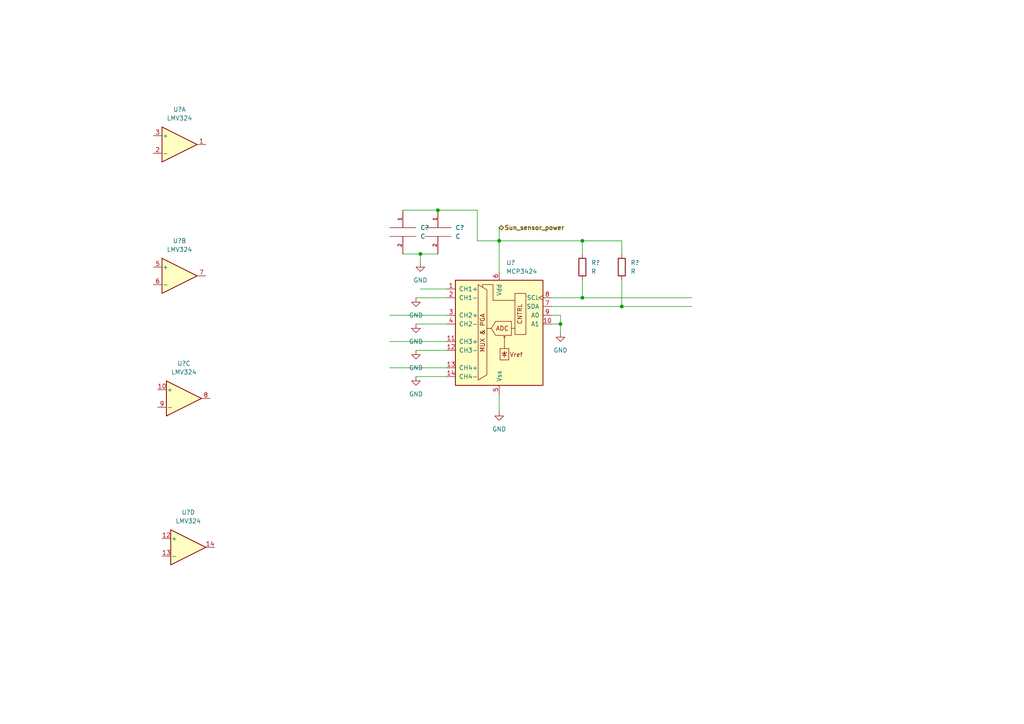
<source format=kicad_sch>
(kicad_sch (version 20211123) (generator eeschema)

  (uuid c536a770-1dde-4fa3-8a89-6d564a018217)

  (paper "A4")

  (lib_symbols
    (symbol "Amplifier_Operational:LMV324" (pin_names (offset 0.127)) (in_bom yes) (on_board yes)
      (property "Reference" "U" (id 0) (at 0 5.08 0)
        (effects (font (size 1.27 1.27)) (justify left))
      )
      (property "Value" "LMV324" (id 1) (at 0 -5.08 0)
        (effects (font (size 1.27 1.27)) (justify left))
      )
      (property "Footprint" "" (id 2) (at -1.27 2.54 0)
        (effects (font (size 1.27 1.27)) hide)
      )
      (property "Datasheet" "http://www.ti.com/lit/ds/symlink/lmv324.pdf" (id 3) (at 1.27 5.08 0)
        (effects (font (size 1.27 1.27)) hide)
      )
      (property "ki_locked" "" (id 4) (at 0 0 0)
        (effects (font (size 1.27 1.27)))
      )
      (property "ki_keywords" "quad opamp" (id 5) (at 0 0 0)
        (effects (font (size 1.27 1.27)) hide)
      )
      (property "ki_description" "Quad Low-Voltage Rail-to-Rail Output Operational Amplifier, SOIC-14/SSOP-14" (id 6) (at 0 0 0)
        (effects (font (size 1.27 1.27)) hide)
      )
      (property "ki_fp_filters" "SOIC*3.9x8.7mm*P1.27mm* DIP*W7.62mm* TSSOP*4.4x5mm*P0.65mm* SSOP*5.3x6.2mm*P0.65mm* MSOP*3x3mm*P0.5mm*" (id 7) (at 0 0 0)
        (effects (font (size 1.27 1.27)) hide)
      )
      (symbol "LMV324_1_1"
        (polyline
          (pts
            (xy -5.08 5.08)
            (xy 5.08 0)
            (xy -5.08 -5.08)
            (xy -5.08 5.08)
          )
          (stroke (width 0.254) (type default) (color 0 0 0 0))
          (fill (type background))
        )
        (pin output line (at 7.62 0 180) (length 2.54)
          (name "~" (effects (font (size 1.27 1.27))))
          (number "1" (effects (font (size 1.27 1.27))))
        )
        (pin input line (at -7.62 -2.54 0) (length 2.54)
          (name "-" (effects (font (size 1.27 1.27))))
          (number "2" (effects (font (size 1.27 1.27))))
        )
        (pin input line (at -7.62 2.54 0) (length 2.54)
          (name "+" (effects (font (size 1.27 1.27))))
          (number "3" (effects (font (size 1.27 1.27))))
        )
      )
      (symbol "LMV324_2_1"
        (polyline
          (pts
            (xy -5.08 5.08)
            (xy 5.08 0)
            (xy -5.08 -5.08)
            (xy -5.08 5.08)
          )
          (stroke (width 0.254) (type default) (color 0 0 0 0))
          (fill (type background))
        )
        (pin input line (at -7.62 2.54 0) (length 2.54)
          (name "+" (effects (font (size 1.27 1.27))))
          (number "5" (effects (font (size 1.27 1.27))))
        )
        (pin input line (at -7.62 -2.54 0) (length 2.54)
          (name "-" (effects (font (size 1.27 1.27))))
          (number "6" (effects (font (size 1.27 1.27))))
        )
        (pin output line (at 7.62 0 180) (length 2.54)
          (name "~" (effects (font (size 1.27 1.27))))
          (number "7" (effects (font (size 1.27 1.27))))
        )
      )
      (symbol "LMV324_3_1"
        (polyline
          (pts
            (xy -5.08 5.08)
            (xy 5.08 0)
            (xy -5.08 -5.08)
            (xy -5.08 5.08)
          )
          (stroke (width 0.254) (type default) (color 0 0 0 0))
          (fill (type background))
        )
        (pin input line (at -7.62 2.54 0) (length 2.54)
          (name "+" (effects (font (size 1.27 1.27))))
          (number "10" (effects (font (size 1.27 1.27))))
        )
        (pin output line (at 7.62 0 180) (length 2.54)
          (name "~" (effects (font (size 1.27 1.27))))
          (number "8" (effects (font (size 1.27 1.27))))
        )
        (pin input line (at -7.62 -2.54 0) (length 2.54)
          (name "-" (effects (font (size 1.27 1.27))))
          (number "9" (effects (font (size 1.27 1.27))))
        )
      )
      (symbol "LMV324_4_1"
        (polyline
          (pts
            (xy -5.08 5.08)
            (xy 5.08 0)
            (xy -5.08 -5.08)
            (xy -5.08 5.08)
          )
          (stroke (width 0.254) (type default) (color 0 0 0 0))
          (fill (type background))
        )
        (pin input line (at -7.62 2.54 0) (length 2.54)
          (name "+" (effects (font (size 1.27 1.27))))
          (number "12" (effects (font (size 1.27 1.27))))
        )
        (pin input line (at -7.62 -2.54 0) (length 2.54)
          (name "-" (effects (font (size 1.27 1.27))))
          (number "13" (effects (font (size 1.27 1.27))))
        )
        (pin output line (at 7.62 0 180) (length 2.54)
          (name "~" (effects (font (size 1.27 1.27))))
          (number "14" (effects (font (size 1.27 1.27))))
        )
      )
      (symbol "LMV324_5_1"
        (pin power_in line (at -2.54 -7.62 90) (length 3.81)
          (name "V-" (effects (font (size 1.27 1.27))))
          (number "11" (effects (font (size 1.27 1.27))))
        )
        (pin power_in line (at -2.54 7.62 270) (length 3.81)
          (name "V+" (effects (font (size 1.27 1.27))))
          (number "4" (effects (font (size 1.27 1.27))))
        )
      )
    )
    (symbol "Analog_ADC:MCP3424" (pin_names (offset 1.016)) (in_bom yes) (on_board yes)
      (property "Reference" "U" (id 0) (at -2.54 11.43 0)
        (effects (font (size 1.27 1.27)) (justify right))
      )
      (property "Value" "MCP3424" (id 1) (at -2.54 8.89 0)
        (effects (font (size 1.27 1.27)) (justify right))
      )
      (property "Footprint" "" (id 2) (at 22.86 -7.62 0)
        (effects (font (size 1.27 1.27)) hide)
      )
      (property "Datasheet" "http://ww1.microchip.com/downloads/en/DeviceDoc/22088c.pdf" (id 3) (at 22.86 -7.62 0)
        (effects (font (size 1.27 1.27)) hide)
      )
      (property "ki_keywords" "18-Bit ADC I2C IIC I²C Delta-Sigma-ADC Delta-Sigma-ADC Reference 4ch" (id 4) (at 0 0 0)
        (effects (font (size 1.27 1.27)) hide)
      )
      (property "ki_description" "4-Channel, 18-Bit, Delta-Sigma AD-Converter, I²C Interface, Reference" (id 5) (at 0 0 0)
        (effects (font (size 1.27 1.27)) hide)
      )
      (property "ki_fp_filters" "SOIC*3.9x8.7mm*P1.27mm* TSSOP*4.4x5mm*P0.65mm*" (id 6) (at 0 0 0)
        (effects (font (size 1.27 1.27)) hide)
      )
      (symbol "MCP3424_0_0"
        (polyline
          (pts
            (xy -6.096 6.35)
            (xy -3.556 4.826)
            (xy -3.556 -19.812)
            (xy -6.096 -21.336)
            (xy -6.096 6.35)
          )
          (stroke (width 0) (type default) (color 0 0 0 0))
          (fill (type none))
        )
        (polyline
          (pts
            (xy 4.572 1.778)
            (xy -1.778 1.778)
            (xy -1.778 6.35)
            (xy -4.826 6.35)
            (xy -4.826 5.588)
          )
          (stroke (width 0) (type default) (color 0 0 0 0))
          (fill (type none))
        )
        (polyline
          (pts
            (xy 3.556 -4.318)
            (xy 3.556 -8.382)
            (xy -1.016 -8.382)
            (xy -2.286 -6.35)
            (xy -1.016 -4.318)
            (xy 3.556 -4.318)
          )
          (stroke (width 0) (type default) (color 0 0 0 0))
          (fill (type none))
        )
        (text "ADC" (at 0.889 -6.35 0)
          (effects (font (size 1.27 1.27)))
        )
        (text "CNTRL" (at 6.731 -5.207 900)
          (effects (font (size 1.27 1.27)) (justify left bottom))
        )
        (text "MUX & PGA" (at -4.826 -7.62 900)
          (effects (font (size 1.27 1.27)))
        )
        (text "Vref" (at 4.953 -13.97 0)
          (effects (font (size 1.27 1.27)))
        )
      )
      (symbol "MCP3424_0_1"
        (polyline
          (pts
            (xy -3.556 -6.35)
            (xy -2.286 -6.35)
          )
          (stroke (width 0) (type default) (color 0 0 0 0))
          (fill (type none))
        )
        (polyline
          (pts
            (xy 1.016 -13.462)
            (xy 0.762 -13.716)
          )
          (stroke (width 0) (type default) (color 0 0 0 0))
          (fill (type none))
        )
        (polyline
          (pts
            (xy 1.524 -12.954)
            (xy 1.524 -14.732)
          )
          (stroke (width 0) (type default) (color 0 0 0 0))
          (fill (type none))
        )
        (polyline
          (pts
            (xy 1.524 -8.636)
            (xy 1.778 -8.89)
          )
          (stroke (width 0) (type default) (color 0 0 0 0))
          (fill (type none))
        )
        (polyline
          (pts
            (xy 3.556 -6.35)
            (xy 4.572 -6.35)
          )
          (stroke (width 0) (type default) (color 0 0 0 0))
          (fill (type none))
        )
        (polyline
          (pts
            (xy 1.016 -13.462)
            (xy 2.032 -13.462)
            (xy 2.286 -13.208)
          )
          (stroke (width 0) (type default) (color 0 0 0 0))
          (fill (type none))
        )
        (polyline
          (pts
            (xy 1.524 -12.192)
            (xy 1.524 -8.636)
            (xy 1.27 -8.89)
          )
          (stroke (width 0) (type default) (color 0 0 0 0))
          (fill (type none))
        )
        (polyline
          (pts
            (xy 1.524 -13.462)
            (xy 1.016 -14.224)
            (xy 2.032 -14.224)
            (xy 1.524 -13.462)
          )
          (stroke (width 0) (type default) (color 0 0 0 0))
          (fill (type none))
        )
        (rectangle (start 0.254 -12.192) (end 2.794 -15.494)
          (stroke (width 0) (type default) (color 0 0 0 0))
          (fill (type none))
        )
        (rectangle (start 4.572 -8.128) (end 7.747 3.81)
          (stroke (width 0) (type default) (color 0 0 0 0))
          (fill (type none))
        )
        (rectangle (start 12.7 7.62) (end -12.7 -22.86)
          (stroke (width 0.254) (type default) (color 0 0 0 0))
          (fill (type background))
        )
      )
      (symbol "MCP3424_1_1"
        (pin input line (at -15.24 5.08 0) (length 2.54)
          (name "CH1+" (effects (font (size 1.27 1.27))))
          (number "1" (effects (font (size 1.27 1.27))))
        )
        (pin input line (at 15.24 -5.08 180) (length 2.54)
          (name "A1" (effects (font (size 1.27 1.27))))
          (number "10" (effects (font (size 1.27 1.27))))
        )
        (pin input line (at -15.24 -10.16 0) (length 2.54)
          (name "CH3+" (effects (font (size 1.27 1.27))))
          (number "11" (effects (font (size 1.27 1.27))))
        )
        (pin input line (at -15.24 -12.7 0) (length 2.54)
          (name "CH3-" (effects (font (size 1.27 1.27))))
          (number "12" (effects (font (size 1.27 1.27))))
        )
        (pin input line (at -15.24 -17.78 0) (length 2.54)
          (name "CH4+" (effects (font (size 1.27 1.27))))
          (number "13" (effects (font (size 1.27 1.27))))
        )
        (pin input line (at -15.24 -20.32 0) (length 2.54)
          (name "CH4-" (effects (font (size 1.27 1.27))))
          (number "14" (effects (font (size 1.27 1.27))))
        )
        (pin input line (at -15.24 2.54 0) (length 2.54)
          (name "CH1-" (effects (font (size 1.27 1.27))))
          (number "2" (effects (font (size 1.27 1.27))))
        )
        (pin input line (at -15.24 -2.54 0) (length 2.54)
          (name "CH2+" (effects (font (size 1.27 1.27))))
          (number "3" (effects (font (size 1.27 1.27))))
        )
        (pin input line (at -15.24 -5.08 0) (length 2.54)
          (name "CH2-" (effects (font (size 1.27 1.27))))
          (number "4" (effects (font (size 1.27 1.27))))
        )
        (pin power_in line (at 0 -25.4 90) (length 2.54)
          (name "Vss" (effects (font (size 1.27 1.27))))
          (number "5" (effects (font (size 1.27 1.27))))
        )
        (pin power_in line (at 0 10.16 270) (length 2.54)
          (name "Vdd" (effects (font (size 1.27 1.27))))
          (number "6" (effects (font (size 1.27 1.27))))
        )
        (pin bidirectional line (at 15.24 0 180) (length 2.54)
          (name "SDA" (effects (font (size 1.27 1.27))))
          (number "7" (effects (font (size 1.27 1.27))))
        )
        (pin input clock (at 15.24 2.54 180) (length 2.54)
          (name "SCL" (effects (font (size 1.27 1.27))))
          (number "8" (effects (font (size 1.27 1.27))))
        )
        (pin input line (at 15.24 -2.54 180) (length 2.54)
          (name "A0" (effects (font (size 1.27 1.27))))
          (number "9" (effects (font (size 1.27 1.27))))
        )
      )
    )
    (symbol "Device:R" (pin_numbers hide) (pin_names (offset 0)) (in_bom yes) (on_board yes)
      (property "Reference" "R" (id 0) (at 2.032 0 90)
        (effects (font (size 1.27 1.27)))
      )
      (property "Value" "R" (id 1) (at 0 0 90)
        (effects (font (size 1.27 1.27)))
      )
      (property "Footprint" "" (id 2) (at -1.778 0 90)
        (effects (font (size 1.27 1.27)) hide)
      )
      (property "Datasheet" "~" (id 3) (at 0 0 0)
        (effects (font (size 1.27 1.27)) hide)
      )
      (property "ki_keywords" "R res resistor" (id 4) (at 0 0 0)
        (effects (font (size 1.27 1.27)) hide)
      )
      (property "ki_description" "Resistor" (id 5) (at 0 0 0)
        (effects (font (size 1.27 1.27)) hide)
      )
      (property "ki_fp_filters" "R_*" (id 6) (at 0 0 0)
        (effects (font (size 1.27 1.27)) hide)
      )
      (symbol "R_0_1"
        (rectangle (start -1.016 -2.54) (end 1.016 2.54)
          (stroke (width 0.254) (type default) (color 0 0 0 0))
          (fill (type none))
        )
      )
      (symbol "R_1_1"
        (pin passive line (at 0 3.81 270) (length 1.27)
          (name "~" (effects (font (size 1.27 1.27))))
          (number "1" (effects (font (size 1.27 1.27))))
        )
        (pin passive line (at 0 -3.81 90) (length 1.27)
          (name "~" (effects (font (size 1.27 1.27))))
          (number "2" (effects (font (size 1.27 1.27))))
        )
      )
    )
    (symbol "power:GND" (power) (pin_names (offset 0)) (in_bom yes) (on_board yes)
      (property "Reference" "#PWR" (id 0) (at 0 -6.35 0)
        (effects (font (size 1.27 1.27)) hide)
      )
      (property "Value" "GND" (id 1) (at 0 -3.81 0)
        (effects (font (size 1.27 1.27)))
      )
      (property "Footprint" "" (id 2) (at 0 0 0)
        (effects (font (size 1.27 1.27)) hide)
      )
      (property "Datasheet" "" (id 3) (at 0 0 0)
        (effects (font (size 1.27 1.27)) hide)
      )
      (property "ki_keywords" "global power" (id 4) (at 0 0 0)
        (effects (font (size 1.27 1.27)) hide)
      )
      (property "ki_description" "Power symbol creates a global label with name \"GND\" , ground" (id 5) (at 0 0 0)
        (effects (font (size 1.27 1.27)) hide)
      )
      (symbol "GND_0_1"
        (polyline
          (pts
            (xy 0 0)
            (xy 0 -1.27)
            (xy 1.27 -1.27)
            (xy 0 -2.54)
            (xy -1.27 -1.27)
            (xy 0 -1.27)
          )
          (stroke (width 0) (type default) (color 0 0 0 0))
          (fill (type none))
        )
      )
      (symbol "GND_1_1"
        (pin power_in line (at 0 0 270) (length 0) hide
          (name "GND" (effects (font (size 1.27 1.27))))
          (number "1" (effects (font (size 1.27 1.27))))
        )
      )
    )
    (symbol "pspice:C" (pin_names (offset 0.254)) (in_bom yes) (on_board yes)
      (property "Reference" "C" (id 0) (at 2.54 3.81 90)
        (effects (font (size 1.27 1.27)))
      )
      (property "Value" "C" (id 1) (at 2.54 -3.81 90)
        (effects (font (size 1.27 1.27)))
      )
      (property "Footprint" "" (id 2) (at 0 0 0)
        (effects (font (size 1.27 1.27)) hide)
      )
      (property "Datasheet" "~" (id 3) (at 0 0 0)
        (effects (font (size 1.27 1.27)) hide)
      )
      (property "ki_keywords" "simulation" (id 4) (at 0 0 0)
        (effects (font (size 1.27 1.27)) hide)
      )
      (property "ki_description" "Capacitor symbol for simulation only" (id 5) (at 0 0 0)
        (effects (font (size 1.27 1.27)) hide)
      )
      (symbol "C_0_1"
        (polyline
          (pts
            (xy -3.81 -1.27)
            (xy 3.81 -1.27)
          )
          (stroke (width 0) (type default) (color 0 0 0 0))
          (fill (type none))
        )
        (polyline
          (pts
            (xy -3.81 1.27)
            (xy 3.81 1.27)
          )
          (stroke (width 0) (type default) (color 0 0 0 0))
          (fill (type none))
        )
      )
      (symbol "C_1_1"
        (pin passive line (at 0 6.35 270) (length 5.08)
          (name "~" (effects (font (size 1.016 1.016))))
          (number "1" (effects (font (size 1.016 1.016))))
        )
        (pin passive line (at 0 -6.35 90) (length 5.08)
          (name "~" (effects (font (size 1.016 1.016))))
          (number "2" (effects (font (size 1.016 1.016))))
        )
      )
    )
  )

  (junction (at 127 60.96) (diameter 0) (color 0 0 0 0)
    (uuid 03cfdf6d-c88d-4182-b4f4-c82975f4e3cd)
  )
  (junction (at 168.91 69.85) (diameter 0) (color 0 0 0 0)
    (uuid 0e19c9fc-5c76-4316-a991-069bbd424515)
  )
  (junction (at 180.34 88.9) (diameter 0) (color 0 0 0 0)
    (uuid 53399f9a-18ee-4d7b-bc93-25391efd6b64)
  )
  (junction (at 162.56 93.98) (diameter 0) (color 0 0 0 0)
    (uuid 5a18a7e7-3550-46cf-aeed-1242a56cad5b)
  )
  (junction (at 168.91 86.36) (diameter 0) (color 0 0 0 0)
    (uuid 5cd9a1b7-b92b-4a53-8dd5-90db2dbc17df)
  )
  (junction (at 121.92 73.66) (diameter 0) (color 0 0 0 0)
    (uuid b176cfd0-6c36-4585-872c-0247d8a7794e)
  )
  (junction (at 144.78 69.85) (diameter 0) (color 0 0 0 0)
    (uuid b5fe8b63-72b5-416f-b1ae-500835db6167)
  )

  (wire (pts (xy 162.56 93.98) (xy 162.56 96.52))
    (stroke (width 0) (type default) (color 0 0 0 0))
    (uuid 03807f45-7ad2-4040-b53c-4ce58796cd3d)
  )
  (wire (pts (xy 162.56 91.44) (xy 162.56 93.98))
    (stroke (width 0) (type default) (color 0 0 0 0))
    (uuid 045de1b6-7ae5-4bd9-9c76-803c645be6a2)
  )
  (wire (pts (xy 120.65 101.6) (xy 129.54 101.6))
    (stroke (width 0) (type default) (color 0 0 0 0))
    (uuid 0485c4dc-b9cc-42fd-8576-a6a807d12d16)
  )
  (wire (pts (xy 180.34 73.66) (xy 180.34 69.85))
    (stroke (width 0) (type default) (color 0 0 0 0))
    (uuid 094f0ee6-8ed6-40ff-98da-05772e1a7156)
  )
  (wire (pts (xy 180.34 88.9) (xy 180.34 81.28))
    (stroke (width 0) (type default) (color 0 0 0 0))
    (uuid 109e46b8-a780-4977-874e-3fe8a8c012ae)
  )
  (wire (pts (xy 144.78 69.85) (xy 144.78 78.74))
    (stroke (width 0) (type default) (color 0 0 0 0))
    (uuid 25773703-8e3e-48ae-ab5b-fce0d167fa73)
  )
  (wire (pts (xy 116.84 60.96) (xy 127 60.96))
    (stroke (width 0) (type default) (color 0 0 0 0))
    (uuid 34adc12f-7cda-4e6d-b951-78c4ff2956fd)
  )
  (wire (pts (xy 160.02 93.98) (xy 162.56 93.98))
    (stroke (width 0) (type default) (color 0 0 0 0))
    (uuid 4172d360-4572-41fe-ba7b-c486ec578c2e)
  )
  (wire (pts (xy 138.43 60.96) (xy 127 60.96))
    (stroke (width 0) (type default) (color 0 0 0 0))
    (uuid 43793153-d399-4b61-b335-267f4bfe4a30)
  )
  (wire (pts (xy 120.65 109.22) (xy 129.54 109.22))
    (stroke (width 0) (type default) (color 0 0 0 0))
    (uuid 5a4b59f7-80d7-43ca-b184-19544b22b964)
  )
  (wire (pts (xy 160.02 88.9) (xy 180.34 88.9))
    (stroke (width 0) (type default) (color 0 0 0 0))
    (uuid 64c2fc9e-2fd9-40c0-a63d-70494e1b50c9)
  )
  (wire (pts (xy 116.84 73.66) (xy 121.92 73.66))
    (stroke (width 0) (type default) (color 0 0 0 0))
    (uuid 655ea48c-c64d-4ee9-8fee-52156c378ea4)
  )
  (wire (pts (xy 144.78 66.04) (xy 144.78 69.85))
    (stroke (width 0) (type default) (color 0 0 0 0))
    (uuid 669c5ad5-d1cd-4552-8dd7-5a8c3151754a)
  )
  (wire (pts (xy 180.34 69.85) (xy 168.91 69.85))
    (stroke (width 0) (type default) (color 0 0 0 0))
    (uuid 6a7a0978-a33a-4c96-9ede-cc77e774c01b)
  )
  (wire (pts (xy 121.92 73.66) (xy 127 73.66))
    (stroke (width 0) (type default) (color 0 0 0 0))
    (uuid 6f32cab0-1481-4773-8f8e-0af9bea5018d)
  )
  (wire (pts (xy 160.02 91.44) (xy 162.56 91.44))
    (stroke (width 0) (type default) (color 0 0 0 0))
    (uuid 7ea27ab7-7213-4258-a6a7-17d94b9b4232)
  )
  (wire (pts (xy 113.03 91.44) (xy 129.54 91.44))
    (stroke (width 0) (type default) (color 0 0 0 0))
    (uuid 8a66bf27-93b2-49bb-8603-4ad5702d343a)
  )
  (wire (pts (xy 168.91 86.36) (xy 168.91 81.28))
    (stroke (width 0) (type default) (color 0 0 0 0))
    (uuid 8be870b7-2f92-462e-b2ad-b93c5bf696db)
  )
  (wire (pts (xy 144.78 69.85) (xy 138.43 69.85))
    (stroke (width 0) (type default) (color 0 0 0 0))
    (uuid 8d592466-b010-4470-9258-ab51e0645393)
  )
  (wire (pts (xy 180.34 88.9) (xy 200.66 88.9))
    (stroke (width 0) (type default) (color 0 0 0 0))
    (uuid 9274c545-2116-4169-a9d3-96e0557006be)
  )
  (wire (pts (xy 121.92 73.66) (xy 121.92 76.2))
    (stroke (width 0) (type default) (color 0 0 0 0))
    (uuid 9ca263e2-eb7b-4d01-ac4e-0b586632b97e)
  )
  (wire (pts (xy 144.78 114.3) (xy 144.78 119.38))
    (stroke (width 0) (type default) (color 0 0 0 0))
    (uuid a9fb3b8b-5e0e-4866-97a3-1e50496dafd9)
  )
  (wire (pts (xy 160.02 86.36) (xy 168.91 86.36))
    (stroke (width 0) (type default) (color 0 0 0 0))
    (uuid c3512a81-126e-4054-9fb3-fb58a4ef1cc0)
  )
  (wire (pts (xy 113.03 106.68) (xy 129.54 106.68))
    (stroke (width 0) (type default) (color 0 0 0 0))
    (uuid c366acd7-a8e0-4cf9-a421-89510b8f22cd)
  )
  (wire (pts (xy 168.91 73.66) (xy 168.91 69.85))
    (stroke (width 0) (type default) (color 0 0 0 0))
    (uuid c494f106-531c-400e-a5c3-01cc970b8ec1)
  )
  (wire (pts (xy 120.65 86.36) (xy 129.54 86.36))
    (stroke (width 0) (type default) (color 0 0 0 0))
    (uuid c648a796-6adf-4102-b5fc-715309026703)
  )
  (wire (pts (xy 168.91 86.36) (xy 200.66 86.36))
    (stroke (width 0) (type default) (color 0 0 0 0))
    (uuid d5f41400-4034-4042-9639-d75b2074f890)
  )
  (wire (pts (xy 120.65 93.98) (xy 129.54 93.98))
    (stroke (width 0) (type default) (color 0 0 0 0))
    (uuid d80787d1-1c51-4ee2-96b7-90708a786dce)
  )
  (wire (pts (xy 138.43 69.85) (xy 138.43 60.96))
    (stroke (width 0) (type default) (color 0 0 0 0))
    (uuid dd11909e-85de-460a-adf5-e6804949b9cc)
  )
  (wire (pts (xy 168.91 69.85) (xy 144.78 69.85))
    (stroke (width 0) (type default) (color 0 0 0 0))
    (uuid dd334dbb-f5b5-43e3-980e-9d4b2deb1f96)
  )
  (wire (pts (xy 121.92 83.82) (xy 129.54 83.82))
    (stroke (width 0) (type default) (color 0 0 0 0))
    (uuid dd59c9e8-11e5-4e22-b2aa-c34a4eb93c30)
  )
  (wire (pts (xy 113.03 99.06) (xy 129.54 99.06))
    (stroke (width 0) (type default) (color 0 0 0 0))
    (uuid eb50525d-2651-434d-9d8e-3775f0b1d31e)
  )

  (hierarchical_label "Sun_sensor_power" (shape bidirectional) (at 144.78 66.04 0)
    (effects (font (size 1.27 1.27) (thickness 0.254) bold) (justify left))
    (uuid b23154e6-3cea-4d54-a803-820edd7c8c7f)
  )

  (symbol (lib_id "Amplifier_Operational:LMV324") (at 53.34 115.57 0) (unit 3)
    (in_bom yes) (on_board yes) (fields_autoplaced)
    (uuid 02c3318c-caed-422b-b868-d9dab05e5385)
    (property "Reference" "U?" (id 0) (at 53.34 105.41 0))
    (property "Value" "LMV324" (id 1) (at 53.34 107.95 0))
    (property "Footprint" "" (id 2) (at 52.07 113.03 0)
      (effects (font (size 1.27 1.27)) hide)
    )
    (property "Datasheet" "http://www.ti.com/lit/ds/symlink/lmv324.pdf" (id 3) (at 54.61 110.49 0)
      (effects (font (size 1.27 1.27)) hide)
    )
    (pin "1" (uuid 01b7a888-5d74-412d-b14e-fc509e37acd7))
    (pin "2" (uuid 96369faa-a410-4d37-8d7c-468fe66359bd))
    (pin "3" (uuid f32e76a5-aac6-43b2-b151-e788361097bd))
    (pin "5" (uuid efa64889-4227-4f82-bedd-7f75820dc214))
    (pin "6" (uuid 59f7f16a-f811-4fea-bc12-74585d054dc5))
    (pin "7" (uuid 0a0a13bb-4750-4e54-a97f-47dbe471bfe4))
    (pin "10" (uuid c3ce02d5-a4cc-427e-bd94-08a8f55e0d4b))
    (pin "8" (uuid a4aa5ae2-2b60-44f5-ac31-2a9a45d360c5))
    (pin "9" (uuid 8b4d0d04-a33b-4aaa-8abf-46be23ea6d2f))
    (pin "12" (uuid 61532fde-1cbc-43e1-9678-182196a5e8f8))
    (pin "13" (uuid 55d926fa-fc85-4b00-9c9a-a6b50d215bb5))
    (pin "14" (uuid 5f50d8a8-bec8-4267-8b74-41bcd9dd2b63))
    (pin "11" (uuid 62680ee9-6ff2-4a0e-8bdf-d7310780fdc3))
    (pin "4" (uuid 1dcbf29d-1405-4285-99cd-fb1de22ebecd))
  )

  (symbol (lib_id "Amplifier_Operational:LMV324") (at 52.07 41.91 0) (unit 1)
    (in_bom yes) (on_board yes) (fields_autoplaced)
    (uuid 2aa5f8b1-61ea-48f2-bdd6-6ba7c337158e)
    (property "Reference" "U?" (id 0) (at 52.07 31.75 0))
    (property "Value" "LMV324" (id 1) (at 52.07 34.29 0))
    (property "Footprint" "" (id 2) (at 50.8 39.37 0)
      (effects (font (size 1.27 1.27)) hide)
    )
    (property "Datasheet" "http://www.ti.com/lit/ds/symlink/lmv324.pdf" (id 3) (at 53.34 36.83 0)
      (effects (font (size 1.27 1.27)) hide)
    )
    (pin "1" (uuid c19882bc-5c06-418f-bc19-2bcc3ce374c2))
    (pin "2" (uuid 205cf1b1-482b-450e-8711-badfda1c86c1))
    (pin "3" (uuid 9bd62ab1-7516-4366-a7ff-1fdef1061c6a))
    (pin "5" (uuid 1abe8fc5-8a91-4a1c-92c0-f7519182960e))
    (pin "6" (uuid a7f6c99e-d862-4373-ae4c-3950ea01b606))
    (pin "7" (uuid 22e48854-1115-4d9d-90d6-ca66d3f06d8a))
    (pin "10" (uuid b375af49-398a-4a75-8483-77d32997f4d0))
    (pin "8" (uuid d787d273-8ae4-4c4c-92c2-c79e7cf25050))
    (pin "9" (uuid 2e354e5a-d34d-46be-bb99-7e7f73af254a))
    (pin "12" (uuid 2a252acd-2330-4458-92e4-a4d3f264ac81))
    (pin "13" (uuid 6307b6e6-4110-4ef0-8ea8-b22ec9b6744c))
    (pin "14" (uuid 268d5d1c-0e78-42d6-8d80-aae72c609cfa))
    (pin "11" (uuid a9f54a5f-315f-4a0b-90a1-cc6483fada3d))
    (pin "4" (uuid 7e6b3a59-eb99-420b-89aa-287b24f0d38d))
  )

  (symbol (lib_id "power:GND") (at 162.56 96.52 0) (unit 1)
    (in_bom yes) (on_board yes) (fields_autoplaced)
    (uuid 3be5167e-6dab-4a08-be26-edfe4b50f487)
    (property "Reference" "#PWR?" (id 0) (at 162.56 102.87 0)
      (effects (font (size 1.27 1.27)) hide)
    )
    (property "Value" "GND" (id 1) (at 162.56 101.6 0))
    (property "Footprint" "" (id 2) (at 162.56 96.52 0)
      (effects (font (size 1.27 1.27)) hide)
    )
    (property "Datasheet" "" (id 3) (at 162.56 96.52 0)
      (effects (font (size 1.27 1.27)) hide)
    )
    (pin "1" (uuid bd2528d2-b34b-4d54-b777-8a3a7d972aea))
  )

  (symbol (lib_id "Amplifier_Operational:LMV324") (at 54.61 158.75 0) (unit 4)
    (in_bom yes) (on_board yes) (fields_autoplaced)
    (uuid 47717394-4508-4ae4-ad1a-24b7d0086e80)
    (property "Reference" "U?" (id 0) (at 54.61 148.59 0))
    (property "Value" "LMV324" (id 1) (at 54.61 151.13 0))
    (property "Footprint" "" (id 2) (at 53.34 156.21 0)
      (effects (font (size 1.27 1.27)) hide)
    )
    (property "Datasheet" "http://www.ti.com/lit/ds/symlink/lmv324.pdf" (id 3) (at 55.88 153.67 0)
      (effects (font (size 1.27 1.27)) hide)
    )
    (pin "1" (uuid 8c334449-1f78-4414-9b39-a32fc17fef24))
    (pin "2" (uuid 85e5d20f-8df6-48f4-95f1-f9fb9928b50b))
    (pin "3" (uuid fad53c1c-8800-4172-8cc4-fa1071d385ea))
    (pin "5" (uuid 6ca7417a-add7-4a5a-abaf-3da512678c15))
    (pin "6" (uuid 36e47ef2-0254-4136-bf65-e8d8ea52e22d))
    (pin "7" (uuid 90baa98a-e4b4-47a5-945f-986f47c39c60))
    (pin "10" (uuid 6d39d861-647a-46c1-837d-129e40bde485))
    (pin "8" (uuid a60f31e9-ac42-49c9-b88e-ba8552b52740))
    (pin "9" (uuid 90dc396a-7f8c-409f-bb77-472d0c7cb929))
    (pin "12" (uuid 6f0eda7c-ffc0-41c1-9a5e-6f8126df834d))
    (pin "13" (uuid 30cc137b-5c76-42bf-b552-2b7060d8da92))
    (pin "14" (uuid 189c9630-c589-41ff-83d0-4439aece2d93))
    (pin "11" (uuid cc9525c0-2f93-41f8-a849-16ee83db01b6))
    (pin "4" (uuid 372ff85d-286c-45c9-b5bc-58cb28fc5b2e))
  )

  (symbol (lib_id "power:GND") (at 144.78 119.38 0) (unit 1)
    (in_bom yes) (on_board yes) (fields_autoplaced)
    (uuid 4af48a23-0b56-4487-93bd-18c3639cc82e)
    (property "Reference" "#PWR?" (id 0) (at 144.78 125.73 0)
      (effects (font (size 1.27 1.27)) hide)
    )
    (property "Value" "GND" (id 1) (at 144.78 124.46 0))
    (property "Footprint" "" (id 2) (at 144.78 119.38 0)
      (effects (font (size 1.27 1.27)) hide)
    )
    (property "Datasheet" "" (id 3) (at 144.78 119.38 0)
      (effects (font (size 1.27 1.27)) hide)
    )
    (pin "1" (uuid 1079848d-583f-4636-8e9e-70c250bfaddb))
  )

  (symbol (lib_id "Amplifier_Operational:LMV324") (at 52.07 80.01 0) (unit 2)
    (in_bom yes) (on_board yes) (fields_autoplaced)
    (uuid 4bfeb0fb-33db-4b21-b495-ce17db26a772)
    (property "Reference" "U?" (id 0) (at 52.07 69.85 0))
    (property "Value" "LMV324" (id 1) (at 52.07 72.39 0))
    (property "Footprint" "" (id 2) (at 50.8 77.47 0)
      (effects (font (size 1.27 1.27)) hide)
    )
    (property "Datasheet" "http://www.ti.com/lit/ds/symlink/lmv324.pdf" (id 3) (at 53.34 74.93 0)
      (effects (font (size 1.27 1.27)) hide)
    )
    (pin "1" (uuid 8a99e834-ba7c-4a35-b606-2ccecc8c7df1))
    (pin "2" (uuid 8a2a3f0b-a77b-464b-a856-f7051f9a59b9))
    (pin "3" (uuid 375c0250-fac9-490b-a59e-55cbee3b6b13))
    (pin "5" (uuid 3e42fd4f-d287-45aa-8cce-e2fda4d0d574))
    (pin "6" (uuid 20bece5e-5acc-4a47-8065-44c01aa590b2))
    (pin "7" (uuid 102dffcc-de81-4fc2-abf5-c24a74fafc53))
    (pin "10" (uuid c00ef0cb-6ce1-49b4-a06a-4b6b3995396f))
    (pin "8" (uuid f2411247-e16a-4249-a3f7-3e53184b71d6))
    (pin "9" (uuid 3d69c3fc-1cf0-4b29-b540-371f159191f3))
    (pin "12" (uuid 8979c049-8316-46fa-9637-0e940253b935))
    (pin "13" (uuid 50f89a1f-9199-453c-9ccf-95320e99450b))
    (pin "14" (uuid 284b579e-2d1c-4c2e-8980-07ebc45b682b))
    (pin "11" (uuid ab554b52-f798-4b1f-b5cc-13c2cbed0f13))
    (pin "4" (uuid bb83625f-4fdc-4822-b74f-fff191ac1bf7))
  )

  (symbol (lib_id "power:GND") (at 120.65 93.98 0) (unit 1)
    (in_bom yes) (on_board yes) (fields_autoplaced)
    (uuid 6ccb7a6c-95ca-472f-8c08-9260783c14b9)
    (property "Reference" "#PWR?" (id 0) (at 120.65 100.33 0)
      (effects (font (size 1.27 1.27)) hide)
    )
    (property "Value" "GND" (id 1) (at 120.65 99.06 0))
    (property "Footprint" "" (id 2) (at 120.65 93.98 0)
      (effects (font (size 1.27 1.27)) hide)
    )
    (property "Datasheet" "" (id 3) (at 120.65 93.98 0)
      (effects (font (size 1.27 1.27)) hide)
    )
    (pin "1" (uuid c6cee0d4-18da-4b65-8fef-c3d6a8e6f255))
  )

  (symbol (lib_id "Device:R") (at 180.34 77.47 0) (unit 1)
    (in_bom yes) (on_board yes) (fields_autoplaced)
    (uuid 84f496ee-1f81-4679-b67c-5345ced46435)
    (property "Reference" "R?" (id 0) (at 182.88 76.1999 0)
      (effects (font (size 1.27 1.27)) (justify left))
    )
    (property "Value" "R" (id 1) (at 182.88 78.7399 0)
      (effects (font (size 1.27 1.27)) (justify left))
    )
    (property "Footprint" "" (id 2) (at 178.562 77.47 90)
      (effects (font (size 1.27 1.27)) hide)
    )
    (property "Datasheet" "~" (id 3) (at 180.34 77.47 0)
      (effects (font (size 1.27 1.27)) hide)
    )
    (pin "1" (uuid e728814f-4c43-47ea-aad9-34cd03921167))
    (pin "2" (uuid abe598fa-23a5-45a6-b7d4-d3f15b115778))
  )

  (symbol (lib_id "power:GND") (at 120.65 101.6 0) (unit 1)
    (in_bom yes) (on_board yes) (fields_autoplaced)
    (uuid 860f6194-8a87-4d50-bded-bc0daaa98d97)
    (property "Reference" "#PWR?" (id 0) (at 120.65 107.95 0)
      (effects (font (size 1.27 1.27)) hide)
    )
    (property "Value" "GND" (id 1) (at 120.65 106.68 0))
    (property "Footprint" "" (id 2) (at 120.65 101.6 0)
      (effects (font (size 1.27 1.27)) hide)
    )
    (property "Datasheet" "" (id 3) (at 120.65 101.6 0)
      (effects (font (size 1.27 1.27)) hide)
    )
    (pin "1" (uuid 374b5284-f13e-4e89-a523-eb8abedb8e41))
  )

  (symbol (lib_id "power:GND") (at 120.65 86.36 0) (unit 1)
    (in_bom yes) (on_board yes) (fields_autoplaced)
    (uuid 8d7aea9b-4a1c-4f9a-a1d5-18e82bc95995)
    (property "Reference" "#PWR?" (id 0) (at 120.65 92.71 0)
      (effects (font (size 1.27 1.27)) hide)
    )
    (property "Value" "GND" (id 1) (at 120.65 91.44 0))
    (property "Footprint" "" (id 2) (at 120.65 86.36 0)
      (effects (font (size 1.27 1.27)) hide)
    )
    (property "Datasheet" "" (id 3) (at 120.65 86.36 0)
      (effects (font (size 1.27 1.27)) hide)
    )
    (pin "1" (uuid ddbcf89a-90dd-4616-ae62-c34cd635068d))
  )

  (symbol (lib_id "Analog_ADC:MCP3424") (at 144.78 88.9 0) (unit 1)
    (in_bom yes) (on_board yes) (fields_autoplaced)
    (uuid 9387aa50-b3cf-48e1-a7bf-76eefdf5a4a8)
    (property "Reference" "U?" (id 0) (at 146.7994 76.2 0)
      (effects (font (size 1.27 1.27)) (justify left))
    )
    (property "Value" "MCP3424" (id 1) (at 146.7994 78.74 0)
      (effects (font (size 1.27 1.27)) (justify left))
    )
    (property "Footprint" "" (id 2) (at 167.64 96.52 0)
      (effects (font (size 1.27 1.27)) hide)
    )
    (property "Datasheet" "http://ww1.microchip.com/downloads/en/DeviceDoc/22088c.pdf" (id 3) (at 167.64 96.52 0)
      (effects (font (size 1.27 1.27)) hide)
    )
    (pin "1" (uuid 9c5a227b-b9c3-499e-a675-6f885a0e073c))
    (pin "10" (uuid 732224f7-0896-4c3e-9f13-284d3a99dc24))
    (pin "11" (uuid e2ccb265-1f41-4d48-8320-2d2e72f4d83d))
    (pin "12" (uuid f094a416-0153-46a8-81df-3dc2711f1103))
    (pin "13" (uuid 004e7d94-d67b-4e89-8cb7-fc01bb6fd54e))
    (pin "14" (uuid 0cc6c13a-a50e-4414-86ae-fb2bd497e3fd))
    (pin "2" (uuid 0ea476f4-e2ee-4356-ace1-65048e1f7a06))
    (pin "3" (uuid 09b3da19-20f5-4bbd-b4d0-a085048a6c3b))
    (pin "4" (uuid 4390e7b8-9f6f-40d8-aecd-5627d007ef1e))
    (pin "5" (uuid b00f424e-4e3c-4186-8f41-5c2a9c72144d))
    (pin "6" (uuid a720c9f5-1c2b-43f2-8ec4-bb1a1c0d562a))
    (pin "7" (uuid d45b9fa3-a54a-4f76-ab90-afc840c81cca))
    (pin "8" (uuid 71de4509-6c51-41f7-a405-35b84671cbb9))
    (pin "9" (uuid e0fe900f-5769-4198-a14c-82f2c9fc09e8))
  )

  (symbol (lib_id "pspice:C") (at 127 67.31 0) (unit 1)
    (in_bom yes) (on_board yes) (fields_autoplaced)
    (uuid b9ea41fc-1135-4500-afb3-c5b44105559b)
    (property "Reference" "C?" (id 0) (at 132.08 66.0399 0)
      (effects (font (size 1.27 1.27)) (justify left))
    )
    (property "Value" "C" (id 1) (at 132.08 68.5799 0)
      (effects (font (size 1.27 1.27)) (justify left))
    )
    (property "Footprint" "" (id 2) (at 127 67.31 0)
      (effects (font (size 1.27 1.27)) hide)
    )
    (property "Datasheet" "~" (id 3) (at 127 67.31 0)
      (effects (font (size 1.27 1.27)) hide)
    )
    (pin "1" (uuid 8119b361-14f3-4222-9bb2-bae20ab41f2d))
    (pin "2" (uuid 3ba59a56-cf33-40b8-8bb2-3e8045de5abb))
  )

  (symbol (lib_id "Device:R") (at 168.91 77.47 0) (unit 1)
    (in_bom yes) (on_board yes) (fields_autoplaced)
    (uuid bacf0410-6cea-4fd0-ac4d-e0c958b117b8)
    (property "Reference" "R?" (id 0) (at 171.45 76.1999 0)
      (effects (font (size 1.27 1.27)) (justify left))
    )
    (property "Value" "R" (id 1) (at 171.45 78.7399 0)
      (effects (font (size 1.27 1.27)) (justify left))
    )
    (property "Footprint" "" (id 2) (at 167.132 77.47 90)
      (effects (font (size 1.27 1.27)) hide)
    )
    (property "Datasheet" "~" (id 3) (at 168.91 77.47 0)
      (effects (font (size 1.27 1.27)) hide)
    )
    (pin "1" (uuid abac6c08-5986-454e-83ad-ebfaf87078c6))
    (pin "2" (uuid 17205ced-e964-43f1-a20e-05598adc8f43))
  )

  (symbol (lib_id "power:GND") (at 120.65 109.22 0) (unit 1)
    (in_bom yes) (on_board yes) (fields_autoplaced)
    (uuid bb8f0cf8-0f15-4d94-9a56-9ea6c69bebaf)
    (property "Reference" "#PWR?" (id 0) (at 120.65 115.57 0)
      (effects (font (size 1.27 1.27)) hide)
    )
    (property "Value" "GND" (id 1) (at 120.65 114.3 0))
    (property "Footprint" "" (id 2) (at 120.65 109.22 0)
      (effects (font (size 1.27 1.27)) hide)
    )
    (property "Datasheet" "" (id 3) (at 120.65 109.22 0)
      (effects (font (size 1.27 1.27)) hide)
    )
    (pin "1" (uuid 0c9b5c5a-86de-4ab1-b4d5-e3a0026b6bff))
  )

  (symbol (lib_id "power:GND") (at 121.92 76.2 0) (unit 1)
    (in_bom yes) (on_board yes) (fields_autoplaced)
    (uuid c20646d2-cd19-4594-9433-f59ccc355e0f)
    (property "Reference" "#PWR?" (id 0) (at 121.92 82.55 0)
      (effects (font (size 1.27 1.27)) hide)
    )
    (property "Value" "GND" (id 1) (at 121.92 81.28 0))
    (property "Footprint" "" (id 2) (at 121.92 76.2 0)
      (effects (font (size 1.27 1.27)) hide)
    )
    (property "Datasheet" "" (id 3) (at 121.92 76.2 0)
      (effects (font (size 1.27 1.27)) hide)
    )
    (pin "1" (uuid 3b1d5692-e61c-4a44-9989-d57be2d2bec3))
  )

  (symbol (lib_id "pspice:C") (at 116.84 67.31 0) (unit 1)
    (in_bom yes) (on_board yes) (fields_autoplaced)
    (uuid c4d6e35f-f44d-4c82-99c9-fc4e04f822d4)
    (property "Reference" "C?" (id 0) (at 121.92 66.0399 0)
      (effects (font (size 1.27 1.27)) (justify left))
    )
    (property "Value" "C" (id 1) (at 121.92 68.5799 0)
      (effects (font (size 1.27 1.27)) (justify left))
    )
    (property "Footprint" "" (id 2) (at 116.84 67.31 0)
      (effects (font (size 1.27 1.27)) hide)
    )
    (property "Datasheet" "~" (id 3) (at 116.84 67.31 0)
      (effects (font (size 1.27 1.27)) hide)
    )
    (pin "1" (uuid c4aa2770-ca42-4eb2-b8a6-cfbc9065bb47))
    (pin "2" (uuid 01e89332-9cfe-4cb5-ad7a-73223af0cb23))
  )
)

</source>
